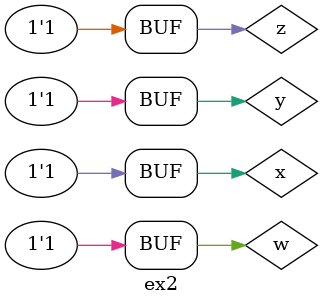
<source format=v>
/*
Pedro Correa Rigotto - Matricula 762281
guia0606
*/

module circ(output s, input x, y, w, z);
	wire w1, w2;
	or OR1(w1, ~y, ~w);
	or OR2(w2, w1, ~z);
	and AND1(s, w2, x);
endmodule // circ

module ex2;
	wire s;
	reg x, y, w, z;
	circ circ1(s, x, y, w, z);
	
	initial begin
		$display("x y w z s");
		$monitor("%b %b %b %b %b", x, y, w, z, s);
		   x = 0; y = 0; w = 0; z = 0;
		#1 x = 0; y = 0; w = 0; z = 1;
		#1 x = 0; y = 0; w = 1; z = 0;
		#1 x = 0; y = 0; w = 1; z = 1;
		#1 x = 0; y = 1; w = 0; z = 0;
		#1 x = 0; y = 1; w = 0; z = 1;
		#1 x = 0; y = 1; w = 1; z = 0;
		#1 x = 0; y = 1; w = 1; z = 1;
		#1 x = 1; y = 0; w = 0; z = 0;
		#1 x = 1; y = 0; w = 0; z = 1;
		#1 x = 1; y = 0; w = 1; z = 0;
		#1 x = 1; y = 0; w = 1; z = 1;
		#1 x = 1; y = 1; w = 0; z = 0;
		#1 x = 1; y = 1; w = 0; z = 1;
		#1 x = 1; y = 1; w = 1; z = 0;
		#1 x = 1; y = 1; w = 1; z = 1;
		
	end
endmodule // ex2
</source>
